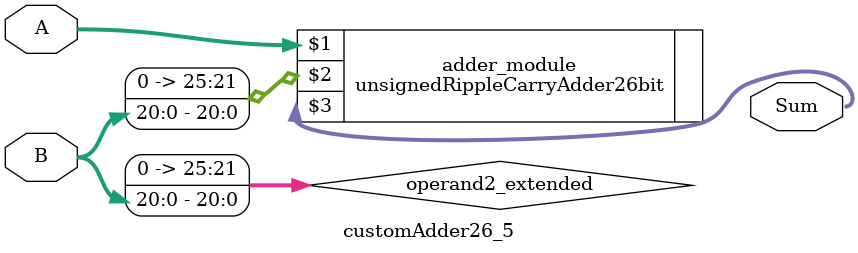
<source format=v>

module customAdder26_5(
                    input [25 : 0] A,
                    input [20 : 0] B,
                    
                    output [26 : 0] Sum
            );

    wire [25 : 0] operand2_extended;
    
    assign operand2_extended =  {5'b0, B};
    
    unsignedRippleCarryAdder26bit adder_module(
        A,
        operand2_extended,
        Sum
    );
    
endmodule
        
</source>
